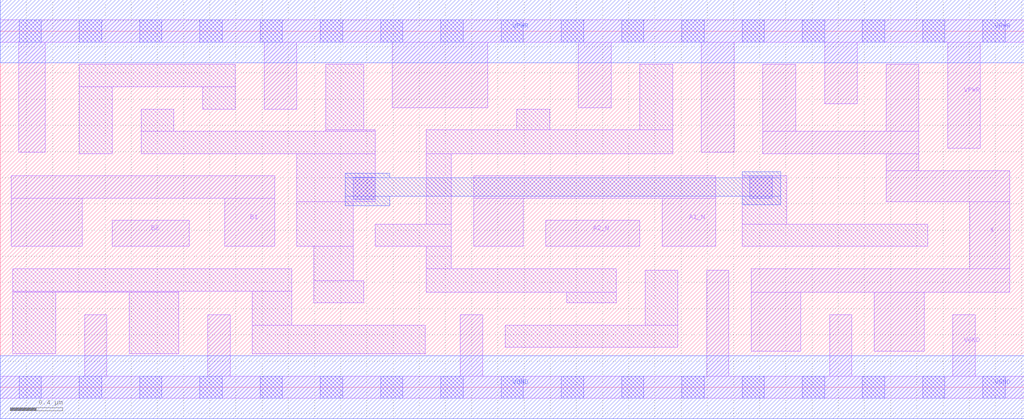
<source format=lef>
# Copyright 2020 The SkyWater PDK Authors
#
# Licensed under the Apache License, Version 2.0 (the "License");
# you may not use this file except in compliance with the License.
# You may obtain a copy of the License at
#
#     https://www.apache.org/licenses/LICENSE-2.0
#
# Unless required by applicable law or agreed to in writing, software
# distributed under the License is distributed on an "AS IS" BASIS,
# WITHOUT WARRANTIES OR CONDITIONS OF ANY KIND, either express or implied.
# See the License for the specific language governing permissions and
# limitations under the License.
#
# SPDX-License-Identifier: Apache-2.0

VERSION 5.7 ;
  NAMESCASESENSITIVE ON ;
  NOWIREEXTENSIONATPIN ON ;
  DIVIDERCHAR "/" ;
  BUSBITCHARS "[]" ;
UNITS
  DATABASE MICRONS 200 ;
END UNITS
PROPERTYDEFINITIONS
  MACRO maskLayoutSubType STRING ;
  MACRO prCellType STRING ;
  MACRO originalViewName STRING ;
END PROPERTYDEFINITIONS
MACRO sky130_fd_sc_hdll__o2bb2a_4
  CLASS CORE ;
  FOREIGN sky130_fd_sc_hdll__o2bb2a_4 ;
  ORIGIN  0.000000  0.000000 ;
  SIZE  7.820000 BY  2.720000 ;
  SYMMETRY X Y R90 ;
  SITE unithd ;
  PIN A1_N
    ANTENNAGATEAREA  0.555000 ;
    DIRECTION INPUT ;
    USE SIGNAL ;
    PORT
      LAYER li1 ;
        RECT 3.615000 1.075000 3.995000 1.445000 ;
        RECT 3.615000 1.445000 5.465000 1.615000 ;
        RECT 5.055000 1.075000 5.465000 1.445000 ;
    END
  END A1_N
  PIN A2_N
    ANTENNAGATEAREA  0.555000 ;
    DIRECTION INPUT ;
    USE SIGNAL ;
    PORT
      LAYER li1 ;
        RECT 4.165000 1.075000 4.885000 1.275000 ;
    END
  END A2_N
  PIN B1
    ANTENNAGATEAREA  0.555000 ;
    DIRECTION INPUT ;
    USE SIGNAL ;
    PORT
      LAYER li1 ;
        RECT 0.085000 1.075000 0.625000 1.445000 ;
        RECT 0.085000 1.445000 2.095000 1.615000 ;
        RECT 1.715000 1.075000 2.095000 1.445000 ;
    END
  END B1
  PIN B2
    ANTENNAGATEAREA  0.555000 ;
    DIRECTION INPUT ;
    USE SIGNAL ;
    PORT
      LAYER li1 ;
        RECT 0.855000 1.075000 1.445000 1.275000 ;
    END
  END B2
  PIN X
    ANTENNADIFFAREA  1.028500 ;
    DIRECTION OUTPUT ;
    USE SIGNAL ;
    PORT
      LAYER li1 ;
        RECT 5.735000 0.275000 6.115000 0.725000 ;
        RECT 5.735000 0.725000 7.710000 0.905000 ;
        RECT 5.825000 1.785000 7.015000 1.955000 ;
        RECT 5.825000 1.955000 6.075000 2.465000 ;
        RECT 6.675000 0.275000 7.055000 0.725000 ;
        RECT 6.765000 1.415000 7.710000 1.655000 ;
        RECT 6.765000 1.655000 7.015000 1.785000 ;
        RECT 6.765000 1.955000 7.015000 2.465000 ;
        RECT 7.405000 0.905000 7.710000 1.415000 ;
    END
  END X
  PIN VGND
    DIRECTION INOUT ;
    USE GROUND ;
    PORT
      LAYER li1 ;
        RECT 0.000000 -0.085000 7.820000 0.085000 ;
        RECT 0.645000  0.085000 0.815000 0.555000 ;
        RECT 1.585000  0.085000 1.755000 0.555000 ;
        RECT 3.515000  0.085000 3.685000 0.555000 ;
        RECT 5.395000  0.085000 5.565000 0.895000 ;
        RECT 6.335000  0.085000 6.505000 0.555000 ;
        RECT 7.275000  0.085000 7.445000 0.555000 ;
      LAYER mcon ;
        RECT 0.145000 -0.085000 0.315000 0.085000 ;
        RECT 0.605000 -0.085000 0.775000 0.085000 ;
        RECT 1.065000 -0.085000 1.235000 0.085000 ;
        RECT 1.525000 -0.085000 1.695000 0.085000 ;
        RECT 1.985000 -0.085000 2.155000 0.085000 ;
        RECT 2.445000 -0.085000 2.615000 0.085000 ;
        RECT 2.905000 -0.085000 3.075000 0.085000 ;
        RECT 3.365000 -0.085000 3.535000 0.085000 ;
        RECT 3.825000 -0.085000 3.995000 0.085000 ;
        RECT 4.285000 -0.085000 4.455000 0.085000 ;
        RECT 4.745000 -0.085000 4.915000 0.085000 ;
        RECT 5.205000 -0.085000 5.375000 0.085000 ;
        RECT 5.665000 -0.085000 5.835000 0.085000 ;
        RECT 6.125000 -0.085000 6.295000 0.085000 ;
        RECT 6.585000 -0.085000 6.755000 0.085000 ;
        RECT 7.045000 -0.085000 7.215000 0.085000 ;
        RECT 7.505000 -0.085000 7.675000 0.085000 ;
      LAYER met1 ;
        RECT 0.000000 -0.240000 7.820000 0.240000 ;
    END
  END VGND
  PIN VPWR
    DIRECTION INOUT ;
    USE POWER ;
    PORT
      LAYER li1 ;
        RECT 0.000000 2.635000 7.820000 2.805000 ;
        RECT 0.140000 1.795000 0.345000 2.635000 ;
        RECT 2.015000 2.125000 2.265000 2.635000 ;
        RECT 2.995000 2.135000 3.725000 2.635000 ;
        RECT 4.415000 2.135000 4.665000 2.635000 ;
        RECT 5.355000 1.795000 5.605000 2.635000 ;
        RECT 6.295000 2.165000 6.545000 2.635000 ;
        RECT 7.235000 1.825000 7.485000 2.635000 ;
      LAYER mcon ;
        RECT 0.145000 2.635000 0.315000 2.805000 ;
        RECT 0.605000 2.635000 0.775000 2.805000 ;
        RECT 1.065000 2.635000 1.235000 2.805000 ;
        RECT 1.525000 2.635000 1.695000 2.805000 ;
        RECT 1.985000 2.635000 2.155000 2.805000 ;
        RECT 2.445000 2.635000 2.615000 2.805000 ;
        RECT 2.905000 2.635000 3.075000 2.805000 ;
        RECT 3.365000 2.635000 3.535000 2.805000 ;
        RECT 3.825000 2.635000 3.995000 2.805000 ;
        RECT 4.285000 2.635000 4.455000 2.805000 ;
        RECT 4.745000 2.635000 4.915000 2.805000 ;
        RECT 5.205000 2.635000 5.375000 2.805000 ;
        RECT 5.665000 2.635000 5.835000 2.805000 ;
        RECT 6.125000 2.635000 6.295000 2.805000 ;
        RECT 6.585000 2.635000 6.755000 2.805000 ;
        RECT 7.045000 2.635000 7.215000 2.805000 ;
        RECT 7.505000 2.635000 7.675000 2.805000 ;
      LAYER met1 ;
        RECT 0.000000 2.480000 7.820000 2.960000 ;
    END
  END VPWR
  OBS
    LAYER li1 ;
      RECT 0.095000 0.255000 0.425000 0.725000 ;
      RECT 0.095000 0.725000 1.365000 0.735000 ;
      RECT 0.095000 0.735000 2.225000 0.905000 ;
      RECT 0.605000 1.785000 0.855000 2.295000 ;
      RECT 0.605000 2.295000 1.795000 2.465000 ;
      RECT 0.985000 0.255000 1.365000 0.725000 ;
      RECT 1.075000 1.785000 2.865000 1.955000 ;
      RECT 1.075000 1.955000 1.325000 2.125000 ;
      RECT 1.545000 2.125000 1.795000 2.295000 ;
      RECT 1.925000 0.255000 3.245000 0.475000 ;
      RECT 1.925000 0.475000 2.225000 0.735000 ;
      RECT 2.265000 1.075000 2.695000 1.415000 ;
      RECT 2.265000 1.415000 2.865000 1.785000 ;
      RECT 2.395000 0.645000 2.775000 0.815000 ;
      RECT 2.395000 0.815000 2.695000 1.075000 ;
      RECT 2.485000 1.955000 2.865000 1.965000 ;
      RECT 2.485000 1.965000 2.775000 2.465000 ;
      RECT 2.865000 1.075000 3.445000 1.245000 ;
      RECT 3.255000 0.725000 4.705000 0.905000 ;
      RECT 3.255000 0.905000 3.445000 1.075000 ;
      RECT 3.255000 1.245000 3.445000 1.785000 ;
      RECT 3.255000 1.785000 5.135000 1.965000 ;
      RECT 3.855000 0.305000 5.175000 0.475000 ;
      RECT 3.945000 1.965000 4.195000 2.125000 ;
      RECT 4.325000 0.645000 4.705000 0.725000 ;
      RECT 4.885000 1.965000 5.135000 2.465000 ;
      RECT 4.925000 0.475000 5.175000 0.895000 ;
      RECT 5.665000 1.075000 7.085000 1.245000 ;
      RECT 5.665000 1.245000 6.005000 1.615000 ;
    LAYER mcon ;
      RECT 2.695000 1.435000 2.865000 1.605000 ;
      RECT 5.725000 1.445000 5.895000 1.615000 ;
    LAYER met1 ;
      RECT 2.635000 1.385000 2.975000 1.460000 ;
      RECT 2.635000 1.460000 5.960000 1.600000 ;
      RECT 2.635000 1.600000 2.975000 1.635000 ;
      RECT 5.665000 1.395000 5.960000 1.460000 ;
      RECT 5.665000 1.600000 5.960000 1.645000 ;
  END
  PROPERTY maskLayoutSubType "abstract" ;
  PROPERTY prCellType "standard" ;
  PROPERTY originalViewName "layout" ;
END sky130_fd_sc_hdll__o2bb2a_4

</source>
